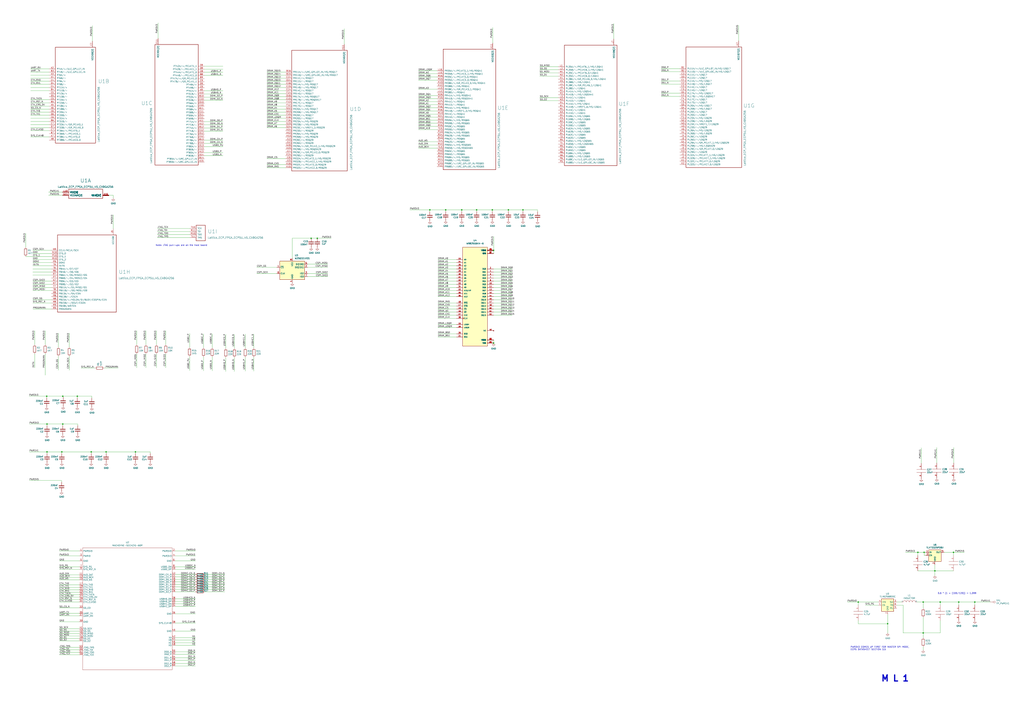
<source format=kicad_sch>
(kicad_sch (version 20211123) (generator eeschema)
  (paper "A1")
  (title_block (title "Sechzig ML1 Compute Module") (date "2023-01-27") (rev "V1") (company "Copyright © 2023 Lone Dynamics Corporation"))
  (junction (at 787.4 494.792))
  (junction (at 758.952 453.898))
  (junction (at 255.524 195.834))
  (junction (at 366.014 172.466))
  (junction (at 51.562 348.488))
  (junction (at 38.608 371.348))
  (junction (at 111.252 371.348))
  (junction (at 405.384 281.94))
  (junction (at 800.608 494.792))
  (junction (at 772.16 494.792))
  (junction (at 758.19 520.192))
  (junction (at 753.872 453.898))
  (junction (at 51.562 325.628))
  (junction (at 728.98 512.572))
  (junction (at 783.082 453.898))
  (junction (at 758.19 494.792))
  (junction (at 74.93 371.348))
  (junction (at 405.384 205.74))
  (junction (at 50.8 371.348))
  (junction (at 38.608 348.488))
  (junction (at 87.122 371.348))
  (junction (at 379.222 172.466))
  (junction (at 767.842 469.138))
  (junction (at 63.5 325.628))
  (junction (at 704.85 494.792))
  (junction (at 260.604 195.834))
  (junction (at 429.514 172.466))
  (junction (at 391.414 172.466))
  (junction (at 353.06 172.466))
  (junction (at 38.354 325.628))
  (junction (at 404.368 172.466))
  (junction (at 417.576 172.466))
  (wire (pts (xy 65.278 486.664) (xy 48.768 486.664)))
  (wire (pts (xy 234.442 94.742) (xy 219.202 94.742)))
  (wire (pts (xy 65.278 499.618) (xy 48.768 499.618)))
  (wire (pts (xy 405.384 254) (xy 420.624 254)))
  (wire (pts (xy 128.524 290.83) (xy 128.524 302.26)))
  (wire (pts (xy 234.442 82.042) (xy 219.202 82.042)))
  (wire (pts (xy 51.562 348.488) (xy 63.754 348.488)))
  (wire (pts (xy 184.658 484.378) (xy 168.148 484.378)))
  (wire (pts (xy 25.146 84.582) (xy 40.386 84.582)))
  (wire (pts (xy 160.528 472.186) (xy 144.018 472.186)))
  (wire (pts (xy 769.366 380.492) (xy 769.366 367.792)))
  (wire (pts (xy 269.24 219.71) (xy 252.73 219.71)))
  (wire (pts (xy 234.442 102.362) (xy 219.202 102.362)))
  (wire (pts (xy 359.664 236.22) (xy 374.904 236.22)))
  (wire (pts (xy 92.964 176.53) (xy 92.964 187.96)))
  (wire (pts (xy 155.702 293.116) (xy 155.702 304.546)))
  (wire (pts (xy 800.608 494.792) (xy 813.308 494.792)))
  (wire (pts (xy 208.534 293.624) (xy 208.534 305.054)))
  (wire (pts (xy 758.19 524.002) (xy 758.19 520.192)))
  (wire (pts (xy 758.19 520.192) (xy 772.16 520.192)))
  (wire (pts (xy 405.384 226.06) (xy 420.624 226.06)))
  (wire (pts (xy 741.68 497.332) (xy 741.68 520.192)))
  (wire (pts (xy 160.528 474.218) (xy 144.018 474.218)))
  (wire (pts (xy 25.146 82.042) (xy 40.386 82.042)))
  (wire (pts (xy 65.278 452.882) (xy 48.768 452.882)))
  (wire (pts (xy 25.146 64.262) (xy 40.386 64.262)))
  (wire (pts (xy 63.5 326.898) (xy 63.5 325.628)))
  (wire (pts (xy 167.894 105.156) (xy 183.134 105.156)))
  (wire (pts (xy 234.442 84.582) (xy 219.202 84.582)))
  (wire (pts (xy 358.902 101.346) (xy 343.662 101.346)))
  (wire (pts (xy 74.93 372.618) (xy 74.93 371.348)))
  (wire (pts (xy 359.664 220.98) (xy 374.904 220.98)))
  (wire (pts (xy 25.146 87.122) (xy 40.386 87.122)))
  (wire (pts (xy 366.014 172.466) (xy 379.222 172.466)))
  (wire (pts (xy 359.664 248.92) (xy 374.904 248.92)))
  (wire (pts (xy 269.24 227.33) (xy 252.73 227.33)))
  (wire (pts (xy 758.19 507.492) (xy 758.19 520.192)))
  (wire (pts (xy 26.924 248.92) (xy 42.164 248.92)))
  (wire (pts (xy 405.384 220.98) (xy 420.624 220.98)))
  (wire (pts (xy 92.964 160.528) (xy 89.408 160.528)))
  (wire (pts (xy 26.924 226.06) (xy 42.164 226.06)))
  (wire (pts (xy 160.528 461.01) (xy 144.018 461.01)))
  (wire (pts (xy 167.894 54.356) (xy 183.134 54.356)))
  (wire (pts (xy 185.42 293.878) (xy 185.42 305.308)))
  (wire (pts (xy 758.952 453.898) (xy 753.872 453.898)))
  (wire (pts (xy 710.692 497.332) (xy 721.36 497.332)))
  (wire (pts (xy 65.278 492.76) (xy 48.768 492.76)))
  (wire (pts (xy 167.894 102.616) (xy 183.134 102.616)))
  (wire (pts (xy 160.528 492.252) (xy 144.018 492.252)))
  (wire (pts (xy 234.442 74.422) (xy 219.202 74.422)))
  (wire (pts (xy 234.442 92.202) (xy 219.202 92.202)))
  (wire (pts (xy 136.144 290.83) (xy 136.144 302.26)))
  (wire (pts (xy 359.664 274.32) (xy 374.904 274.32)))
  (wire (pts (xy 185.42 274.828) (xy 185.42 286.258)))
  (wire (pts (xy 51.562 349.758) (xy 51.562 348.488)))
  (wire (pts (xy 25.146 89.662) (xy 40.386 89.662)))
  (wire (pts (xy 760.222 453.898) (xy 758.952 453.898)))
  (wire (pts (xy 184.658 472.186) (xy 168.148 472.186)))
  (wire (pts (xy 63.754 349.758) (xy 63.754 348.488)))
  (wire (pts (xy 234.442 87.122) (xy 219.202 87.122)))
  (wire (pts (xy 65.278 526.796) (xy 48.768 526.796)))
  (wire (pts (xy 728.98 512.572) (xy 728.98 520.192)))
  (wire (pts (xy 359.664 259.08) (xy 374.904 259.08)))
  (wire (pts (xy 111.252 372.618) (xy 111.252 371.348)))
  (wire (pts (xy 787.4 494.792) (xy 800.608 494.792)))
  (wire (pts (xy 184.658 474.218) (xy 168.148 474.218)))
  (wire (pts (xy 269.24 217.17) (xy 252.73 217.17)))
  (wire (pts (xy 167.894 115.316) (xy 183.134 115.316)))
  (wire (pts (xy 160.528 467.868) (xy 144.018 467.868)))
  (wire (pts (xy 48.006 273.812) (xy 48.006 285.242)))
  (wire (pts (xy 38.354 326.898) (xy 38.354 325.628)))
  (wire (pts (xy 227.33 224.79) (xy 210.82 224.79)))
  (wire (pts (xy 405.384 194.31) (xy 405.384 205.74)))
  (wire (pts (xy 160.528 547.37) (xy 144.018 547.37)))
  (wire (pts (xy 26.924 205.74) (xy 42.164 205.74)))
  (wire (pts (xy 24.13 371.348) (xy 38.608 371.348)))
  (wire (pts (xy 443.23 62.484) (xy 458.47 62.484)))
  (wire (pts (xy 111.252 371.348) (xy 123.444 371.348)))
  (wire (pts (xy 160.528 486.41) (xy 144.018 486.41)))
  (wire (pts (xy 728.98 512.572) (xy 704.85 512.572)))
  (wire (pts (xy 65.278 538.226) (xy 48.768 538.226)))
  (wire (pts (xy 25.146 74.422) (xy 40.386 74.422)))
  (wire (pts (xy 772.16 497.332) (xy 772.16 494.792)))
  (wire (pts (xy 234.442 99.822) (xy 219.202 99.822)))
  (wire (pts (xy 543.052 56.388) (xy 558.292 56.388)))
  (wire (pts (xy 234.442 104.902) (xy 219.202 104.902)))
  (wire (pts (xy 25.146 69.342) (xy 40.386 69.342)))
  (wire (pts (xy 26.924 220.98) (xy 42.164 220.98)))
  (wire (pts (xy 543.052 66.548) (xy 558.292 66.548)))
  (wire (pts (xy 359.664 223.52) (xy 374.904 223.52)))
  (wire (pts (xy 756.666 380.746) (xy 756.666 368.046)))
  (wire (pts (xy 129.286 192.786) (xy 155.956 192.786)))
  (wire (pts (xy 184.658 482.346) (xy 168.148 482.346)))
  (wire (pts (xy 704.85 497.332) (xy 704.85 494.792)))
  (wire (pts (xy 429.514 173.736) (xy 429.514 172.466)))
  (wire (pts (xy 38.354 325.628) (xy 51.562 325.628)))
  (wire (pts (xy 21.082 210.82) (xy 42.164 210.82)))
  (wire (pts (xy 391.414 173.736) (xy 391.414 172.466)))
  (wire (pts (xy 38.608 371.348) (xy 50.8 371.348)))
  (wire (pts (xy 21.082 191.77) (xy 21.082 203.2)))
  (wire (pts (xy 26.924 223.52) (xy 42.164 223.52)))
  (wire (pts (xy 160.528 465.836) (xy 144.018 465.836)))
  (wire (pts (xy 160.528 504.444) (xy 144.018 504.444)))
  (wire (pts (xy 85.598 302.514) (xy 97.028 302.514)))
  (wire (pts (xy 160.528 535.686) (xy 144.018 535.686)))
  (wire (pts (xy 234.442 137.922) (xy 219.202 137.922)))
  (wire (pts (xy 112.268 271.78) (xy 112.268 283.21)))
  (wire (pts (xy 26.924 215.9) (xy 42.164 215.9)))
  (wire (pts (xy 704.85 494.792) (xy 721.36 494.792)))
  (wire (pts (xy 160.528 480.314) (xy 144.018 480.314)))
  (wire (pts (xy 25.146 71.882) (xy 40.386 71.882)))
  (wire (pts (xy 358.902 63.246) (xy 343.662 63.246)))
  (wire (pts (xy 441.452 172.466) (xy 441.452 173.99)))
  (wire (pts (xy 38.608 372.618) (xy 38.608 371.348)))
  (wire (pts (xy 65.278 484.632) (xy 48.768 484.632)))
  (wire (pts (xy 443.23 80.264) (xy 458.47 80.264)))
  (wire (pts (xy 65.278 536.194) (xy 48.768 536.194)))
  (wire (pts (xy 359.664 213.36) (xy 374.904 213.36)))
  (wire (pts (xy 353.06 172.466) (xy 353.06 173.99)))
  (wire (pts (xy 65.278 522.732) (xy 48.768 522.732)))
  (wire (pts (xy 25.146 97.282) (xy 40.386 97.282)))
  (wire (pts (xy 358.902 83.566) (xy 343.662 83.566)))
  (wire (pts (xy 391.414 172.466) (xy 404.368 172.466)))
  (wire (pts (xy 65.278 520.7) (xy 48.768 520.7)))
  (wire (pts (xy 129.794 18.796) (xy 129.794 31.496)))
  (wire (pts (xy 65.278 494.792) (xy 48.768 494.792)))
  (wire (pts (xy 129.286 195.326) (xy 155.956 195.326)))
  (wire (pts (xy 167.894 125.476) (xy 183.134 125.476)))
  (wire (pts (xy 201.422 293.624) (xy 201.422 305.054)))
  (wire (pts (xy 25.146 99.822) (xy 40.386 99.822)))
  (wire (pts (xy 65.278 480.568) (xy 48.768 480.568)))
  (wire (pts (xy 38.608 349.758) (xy 38.608 348.488)))
  (wire (pts (xy 65.278 490.728) (xy 48.768 490.728)))
  (wire (pts (xy 359.664 215.9) (xy 374.904 215.9)))
  (wire (pts (xy 359.664 243.84) (xy 374.904 243.84)))
  (wire (pts (xy 208.534 274.574) (xy 208.534 286.004)))
  (wire (pts (xy 404.622 22.606) (xy 404.622 35.306)))
  (wire (pts (xy 174.244 293.37) (xy 174.244 304.8)))
  (wire (pts (xy 160.528 540.512) (xy 144.018 540.512)))
  (wire (pts (xy 772.16 520.192) (xy 772.16 510.032)))
  (wire (pts (xy 358.902 103.886) (xy 343.662 103.886)))
  (wire (pts (xy 167.894 56.896) (xy 183.134 56.896)))
  (wire (pts (xy 25.146 61.722) (xy 40.386 61.722)))
  (wire (pts (xy 26.924 238.76) (xy 42.164 238.76)))
  (wire (pts (xy 26.924 208.28) (xy 42.164 208.28)))
  (wire (pts (xy 358.902 96.266) (xy 343.662 96.266)))
  (wire (pts (xy 359.664 233.68) (xy 374.904 233.68)))
  (wire (pts (xy 358.902 88.646) (xy 343.662 88.646)))
  (wire (pts (xy 772.16 494.792) (xy 787.4 494.792)))
  (wire (pts (xy 167.894 107.696) (xy 183.134 107.696)))
  (wire (pts (xy 704.85 510.032) (xy 704.85 512.572)))
  (wire (pts (xy 37.084 271.78) (xy 37.084 283.21)))
  (wire (pts (xy 201.422 274.574) (xy 201.422 286.004)))
  (wire (pts (xy 160.528 484.378) (xy 144.018 484.378)))
  (wire (pts (xy 417.576 172.466) (xy 429.514 172.466)))
  (wire (pts (xy 160.528 478.282) (xy 144.018 478.282)))
  (wire (pts (xy 56.896 292.862) (xy 56.896 304.292)))
  (wire (pts (xy 760.222 456.438) (xy 758.952 456.438)))
  (wire (pts (xy 783.336 380.492) (xy 783.336 367.792)))
  (wire (pts (xy 24.13 348.488) (xy 38.608 348.488)))
  (wire (pts (xy 160.528 494.284) (xy 144.018 494.284)))
  (wire (pts (xy 174.244 274.32) (xy 174.244 285.75)))
  (wire (pts (xy 119.888 271.78) (xy 119.888 283.21)))
  (wire (pts (xy 358.902 65.786) (xy 343.662 65.786)))
  (wire (pts (xy 28.448 271.78) (xy 28.448 283.21)))
  (wire (pts (xy 443.23 57.404) (xy 458.47 57.404)))
  (wire (pts (xy 167.132 274.32) (xy 167.132 285.75)))
  (wire (pts (xy 65.278 504.19) (xy 48.768 504.19)))
  (wire (pts (xy 783.082 456.438) (xy 783.082 453.898)))
  (wire (pts (xy 405.384 259.08) (xy 420.624 259.08)))
  (wire (pts (xy 359.664 261.62) (xy 374.904 261.62)))
  (wire (pts (xy 359.664 269.24) (xy 374.904 269.24)))
  (wire (pts (xy 504.19 19.304) (xy 504.19 32.004)))
  (wire (pts (xy 606.552 33.528) (xy 606.552 20.828)))
  (wire (pts (xy 405.384 233.68) (xy 420.624 233.68)))
  (wire (pts (xy 65.278 534.162) (xy 48.768 534.162)))
  (wire (pts (xy 359.664 241.3) (xy 374.904 241.3)))
  (wire (pts (xy 160.528 537.718) (xy 144.018 537.718)))
  (wire (pts (xy 443.23 54.864) (xy 458.47 54.864)))
  (wire (pts (xy 66.548 302.514) (xy 77.978 302.514)))
  (wire (pts (xy 359.664 251.46) (xy 374.904 251.46)))
  (wire (pts (xy 282.702 23.622) (xy 282.702 36.322)))
  (wire (pts (xy 128.524 271.78) (xy 128.524 283.21)))
  (wire (pts (xy 405.384 243.84) (xy 420.624 243.84)))
  (wire (pts (xy 160.528 498.348) (xy 144.018 498.348)))
  (wire (pts (xy 184.658 476.25) (xy 168.148 476.25)))
  (wire (pts (xy 359.664 276.86) (xy 374.904 276.86)))
  (wire (pts (xy 358.902 119.126) (xy 343.662 119.126)))
  (wire (pts (xy 240.03 195.834) (xy 240.03 212.09)))
  (wire (pts (xy 758.19 534.162) (xy 758.19 531.622)))
  (wire (pts (xy 458.47 59.944) (xy 443.23 59.944)))
  (wire (pts (xy 160.528 482.346) (xy 144.018 482.346)))
  (wire (pts (xy 26.924 236.22) (xy 42.164 236.22)))
  (wire (pts (xy 87.122 371.348) (xy 111.252 371.348)))
  (wire (pts (xy 167.894 74.676) (xy 183.134 74.676)))
  (wire (pts (xy 404.368 172.466) (xy 417.576 172.466)))
  (wire (pts (xy 160.528 518.668) (xy 144.018 518.668)))
  (wire (pts (xy 359.664 228.6) (xy 374.904 228.6)))
  (wire (pts (xy 543.052 76.708) (xy 558.292 76.708)))
  (wire (pts (xy 119.888 290.83) (xy 119.888 302.26)))
  (wire (pts (xy 167.894 128.016) (xy 183.134 128.016)))
  (wire (pts (xy 358.902 121.666) (xy 343.662 121.666)))
  (wire (pts (xy 358.902 60.706) (xy 343.662 60.706)))
  (wire (pts (xy 26.924 233.68) (xy 42.164 233.68)))
  (wire (pts (xy 767.842 464.058) (xy 767.842 469.138)))
  (wire (pts (xy 379.222 172.466) (xy 379.222 173.736)))
  (wire (pts (xy 234.442 97.282) (xy 219.202 97.282)))
  (wire (pts (xy 358.902 106.426) (xy 343.662 106.426)))
  (wire (pts (xy 92.964 162.814) (xy 92.964 160.528)))
  (wire (pts (xy 136.144 271.78) (xy 136.144 283.21)))
  (wire (pts (xy 353.06 172.466) (xy 366.014 172.466)))
  (wire (pts (xy 767.842 472.948) (xy 767.842 469.138)))
  (wire (pts (xy 50.8 371.348) (xy 74.93 371.348)))
  (wire (pts (xy 39.878 160.528) (xy 51.308 160.528)))
  (wire (pts (xy 234.442 76.962) (xy 219.202 76.962)))
  (wire (pts (xy 736.6 494.792) (xy 740.41 494.792)))
  (wire (pts (xy 25.146 112.522) (xy 40.386 112.522)))
  (wire (pts (xy 160.528 452.882) (xy 144.018 452.882)))
  (wire (pts (xy 160.528 512.064) (xy 144.018 512.064)))
  (wire (pts (xy 800.608 494.792) (xy 800.608 497.332)))
  (wire (pts (xy 87.122 372.618) (xy 87.122 371.348)))
  (wire (pts (xy 129.286 187.706) (xy 155.956 187.706)))
  (wire (pts (xy 65.278 472.44) (xy 48.768 472.44)))
  (wire (pts (xy 184.658 478.282) (xy 168.148 478.282)))
  (wire (pts (xy 743.712 453.898) (xy 753.872 453.898)))
  (wire (pts (xy 39.878 157.988) (xy 51.308 157.988)))
  (wire (pts (xy 65.278 482.6) (xy 48.768 482.6)))
  (wire (pts (xy 75.946 21.082) (xy 75.946 33.782)))
  (wire (pts (xy 405.384 246.38) (xy 420.624 246.38)))
  (wire (pts (xy 167.132 293.37) (xy 167.132 304.8)))
  (wire (pts (xy 405.384 223.52) (xy 420.624 223.52)))
  (wire (pts (xy 65.278 456.946) (xy 48.768 456.946)))
  (wire (pts (xy 405.384 279.4) (xy 405.384 281.94)))
  (wire (pts (xy 123.444 372.618) (xy 123.444 371.348)))
  (wire (pts (xy 758.19 499.872) (xy 758.19 494.792)))
  (wire (pts (xy 65.278 467.868) (xy 48.768 467.868)))
  (wire (pts (xy 359.664 238.76) (xy 374.904 238.76)))
  (wire (pts (xy 359.664 256.54) (xy 374.904 256.54)))
  (wire (pts (xy 65.278 488.696) (xy 48.768 488.696)))
  (wire (pts (xy 50.546 396.24) (xy 50.546 394.97)))
  (wire (pts (xy 359.664 254) (xy 374.904 254)))
  (wire (pts (xy 227.33 219.71) (xy 210.82 219.71)))
  (wire (pts (xy 775.462 453.898) (xy 783.082 453.898)))
  (wire (pts (xy 358.902 98.806) (xy 343.662 98.806)))
  (wire (pts (xy 160.528 528.32) (xy 144.018 528.32)))
  (wire (pts (xy 358.902 58.166) (xy 343.662 58.166)))
  (wire (pts (xy 234.442 69.342) (xy 219.202 69.342)))
  (wire (pts (xy 379.222 172.466) (xy 391.414 172.466)))
  (wire (pts (xy 160.528 545.338) (xy 144.018 545.338)))
  (wire (pts (xy 25.146 59.182) (xy 40.386 59.182)))
  (wire (pts (xy 38.608 348.488) (xy 51.562 348.488)))
  (wire (pts (xy 405.384 228.6) (xy 420.624 228.6)))
  (wire (pts (xy 25.146 92.202) (xy 40.386 92.202)))
  (wire (pts (xy 160.528 496.316) (xy 144.018 496.316)))
  (wire (pts (xy 160.528 530.352) (xy 144.018 530.352)))
  (wire (pts (xy 129.286 190.246) (xy 155.956 190.246)))
  (wire (pts (xy 75.438 325.628) (xy 75.438 327.152)))
  (wire (pts (xy 240.03 195.834) (xy 255.524 195.834)))
  (wire (pts (xy 167.894 79.756) (xy 183.134 79.756)))
  (wire (pts (xy 234.442 61.722) (xy 219.202 61.722)))
  (wire (pts (xy 167.894 100.076) (xy 183.134 100.076)))
  (wire (pts (xy 405.384 238.76) (xy 420.624 238.76)))
  (wire (pts (xy 26.924 218.44) (xy 42.164 218.44)))
  (wire (pts (xy 65.278 516.636) (xy 48.768 516.636)))
  (wire (pts (xy 336.55 172.466) (xy 353.06 172.466)))
  (wire (pts (xy 695.96 494.792) (xy 704.85 494.792)))
  (wire (pts (xy 65.278 524.764) (xy 48.768 524.764)))
  (wire (pts (xy 155.702 274.066) (xy 155.702 285.496)))
  (wire (pts (xy 23.876 325.628) (xy 38.354 325.628)))
  (wire (pts (xy 37.084 290.83) (xy 37.084 308.356)))
  (wire (pts (xy 25.146 107.442) (xy 40.386 107.442)))
  (wire (pts (xy 167.894 61.976) (xy 183.134 61.976)))
  (wire (pts (xy 543.052 69.088) (xy 558.292 69.088)))
  (wire (pts (xy 358.902 86.106) (xy 343.662 86.106)))
  (wire (pts (xy 25.146 104.902) (xy 40.386 104.902)))
  (wire (pts (xy 358.902 81.026) (xy 343.662 81.026)))
  (wire (pts (xy 234.442 59.182) (xy 219.202 59.182)))
  (wire (pts (xy 443.23 82.804) (xy 458.47 82.804)))
  (wire (pts (xy 167.894 117.856) (xy 183.134 117.856)))
  (wire (pts (xy 234.442 130.302) (xy 219.202 130.302)))
  (wire (pts (xy 25.146 56.642) (xy 40.386 56.642)))
  (wire (pts (xy 160.528 476.25) (xy 144.018 476.25)))
  (wire (pts (xy 167.894 82.296) (xy 183.134 82.296)))
  (wire (pts (xy 167.894 77.216) (xy 183.134 77.216)))
  (wire (pts (xy 25.146 66.802) (xy 40.386 66.802)))
  (wire (pts (xy 65.278 506.222) (xy 48.768 506.222)))
  (wire (pts (xy 51.816 326.39) (xy 51.562 325.628)))
  (wire (pts (xy 27.051 254) (xy 42.164 254)))
  (wire (pts (xy 359.664 231.14) (xy 374.904 231.14)))
  (wire (pts (xy 50.8 372.618) (xy 50.8 371.348)))
  (wire (pts (xy 405.384 251.46) (xy 420.624 251.46)))
  (wire (pts (xy 65.278 474.472) (xy 48.768 474.472)))
  (wire (pts (xy 405.384 236.22) (xy 420.624 236.22)))
  (wire (pts (xy 728.98 504.952) (xy 728.98 512.572)))
  (wire (pts (xy 543.052 58.928) (xy 558.292 58.928)))
  (wire (pts (xy 260.604 195.834) (xy 272.034 195.834)))
  (wire (pts (xy 753.872 469.138) (xy 767.842 469.138)))
  (wire (pts (xy 160.528 524.002) (xy 144.018 524.002)))
  (wire (pts (xy 24.13 394.97) (xy 50.546 394.97)))
  (wire (pts (xy 358.902 78.486) (xy 343.662 78.486)))
  (wire (pts (xy 26.924 246.38) (xy 42.164 246.38)))
  (wire (pts (xy 65.278 461.01) (xy 48.768 461.01)))
  (wire (pts (xy 366.014 172.466) (xy 366.014 173.736)))
  (wire (pts (xy 234.442 71.882) (xy 219.202 71.882)))
  (wire (pts (xy 543.052 79.248) (xy 558.292 79.248)))
  (wire (pts (xy 25.146 94.742) (xy 40.386 94.742)))
  (wire (pts (xy 429.514 172.466) (xy 441.452 172.466)))
  (wire (pts (xy 184.658 480.314) (xy 168.148 480.314)))
  (wire (pts (xy 51.562 325.628) (xy 63.5 325.628)))
  (wire (pts (xy 758.952 456.438) (xy 758.952 453.898)))
  (wire (pts (xy 25.146 102.362) (xy 40.386 102.362)))
  (wire (pts (xy 417.576 173.736) (xy 417.576 172.466)))
  (wire (pts (xy 405.384 231.14) (xy 420.624 231.14)))
  (wire (pts (xy 112.268 290.83) (xy 112.268 302.26)))
  (wire (pts (xy 160.528 456.946) (xy 144.018 456.946)))
  (wire (pts (xy 359.664 266.7) (xy 374.904 266.7)))
  (wire (pts (xy 26.924 231.14) (xy 42.164 231.14)))
  (wire (pts (xy 255.524 195.834) (xy 260.604 195.834)))
  (wire (pts (xy 234.442 89.662) (xy 219.202 89.662)))
  (wire (pts (xy 160.528 542.544) (xy 144.018 542.544)))
  (wire (pts (xy 758.19 494.792) (xy 772.16 494.792)))
  (wire (pts (xy 358.902 91.186) (xy 343.662 91.186)))
  (wire (pts (xy 767.842 469.138) (xy 783.082 469.138)))
  (wire (pts (xy 758.19 494.792) (xy 753.11 494.792)))
  (wire (pts (xy 405.384 241.3) (xy 420.624 241.3)))
  (wire (pts (xy 358.902 93.726) (xy 343.662 93.726)))
  (wire (pts (xy 65.278 465.836) (xy 48.768 465.836)))
  (wire (pts (xy 787.4 494.792) (xy 787.4 497.332)))
  (wire (pts (xy 736.6 497.332) (xy 741.68 497.332)))
  (wire (pts (xy 753.872 456.438) (xy 753.872 453.898)))
  (wire (pts (xy 65.278 518.668) (xy 48.768 518.668)))
  (wire (pts (xy 56.896 273.812) (xy 56.896 285.242)))
  (wire (pts (xy 358.902 116.586) (xy 343.662 116.586)))
  (wire (pts (xy 63.5 325.628) (xy 75.438 325.628)))
  (wire (pts (xy 234.442 66.802) (xy 219.202 66.802)))
  (wire (pts (xy 184.658 486.41) (xy 168.148 486.41)))
  (wire (pts (xy 167.894 59.436) (xy 183.134 59.436)))
  (wire (pts (xy 26.924 213.36) (xy 42.164 213.36)))
  (wire (pts (xy 404.368 173.736) (xy 404.368 172.466)))
  (wire (pts (xy 359.664 218.44) (xy 374.904 218.44)))
  (wire (pts (xy 269.24 224.79) (xy 252.73 224.79)))
  (wire (pts (xy 405.384 256.54) (xy 420.624 256.54)))
  (wire (pts (xy 192.532 293.878) (xy 192.532 305.308)))
  (wire (pts (xy 65.278 511.048) (xy 48.768 511.048)))
  (wire (pts (xy 405.384 205.74) (xy 405.384 208.28)))
  (wire (pts (xy 192.532 274.828) (xy 192.532 286.258)))
  (wire (pts (xy 65.278 476.504) (xy 48.768 476.504)))
  (wire (pts (xy 28.448 290.83) (xy 28.448 302.26)))
  (wire (pts (xy 234.442 79.502) (xy 219.202 79.502)))
  (wire (pts (xy 234.442 135.382) (xy 219.202 135.382)))
  (wire (pts (xy 758.19 520.192) (xy 741.68 520.192)))
  (wire (pts (xy 359.664 226.06) (xy 374.904 226.06)))
  (wire (pts (xy 74.93 371.348) (xy 87.122 371.348)))
  (wire (pts (xy 65.278 532.13) (xy 48.768 532.13)))
  (wire (pts (xy 358.902 73.406) (xy 343.662 73.406)))
  (wire (pts (xy 167.894 120.396) (xy 183.134 120.396)))
  (wire (pts (xy 783.082 453.898) (xy 791.972 453.898)))
  (wire (pts (xy 405.384 248.92) (xy 420.624 248.92)))
  (wire (pts (xy 48.006 292.862) (xy 48.006 304.292)))
  (wire (pts (xy 234.442 64.262) (xy 219.202 64.262)))
  (wire (pts (xy 160.528 526.034) (xy 144.018 526.034)))
  (text "M L 1" (at 723.392 560.578 0) (effects (font (size 5 5) (thickness 1) bold) (justify left bottom)))
  (text "PWR3V3 COMES UP FIRST FOR MASTER SPI MODE,\nECP5 DATASHEET SECTION 3.5" (at 698.5 534.67 0) (effects (font (size 1.27 1.27)) (justify left bottom)))
  (text "0.6 * (1 + (100/120)) = 1.099" (at 770.128 488.442 0) (effects (font (size 1.27 1.27)) (justify left bottom)))
  (text "Note: JTAG pull-ups are on the host board" (at 127.762 202.438 0) (effects (font (size 1.27 1.27)) (justify left bottom)))
  (label "DRAM_LDQM" (at 343.662 58.166 0))
  (label "ETH_RST_N" (at 25.146 84.582 0))
  (label "DRAM_DQ0" (at 411.226 220.98 0))
  (label "PWR1V1" (at 40.894 157.988 0))
  (label "DRAM_CLK" (at 219.202 99.822 0))
  (label "USBDC_P" (at 151.892 467.868 0))
  (label "AUD_BCK" (at 343.662 121.666 0))
  (label "ETH_TXEN" (at 25.146 82.042 0))
  (label "SD_MOSI" (at 451.358 59.944 180))
  (label "DRAM_CS" (at 219.202 130.302 0))
  (label "DRAM_CLK" (at 359.664 261.62 0))
  (label "DDMIC_D0_N" (at 148.59 476.25 0))
  (label "PWR3V3" (at 743.712 453.898 0))
  (label "DRAM_DQ5" (at 411.226 233.68 0))
  (label "USBDC_N" (at 151.892 465.836 0))
  (label "CSPI_SS" (at 26.924 246.38 0))
  (label "DRAM_DQ15" (at 219.202 59.182 0))
  (label "DRAM_A4" (at 359.664 223.52 0))
  (label "DRAM_CKE" (at 359.664 259.08 0))
  (label "DRAM_DQ3" (at 411.226 228.6 0))
  (label "DDMI_CK_N" (at 173.99 472.186 0))
  (label "DRAM_BS0" (at 359.664 274.32 0))
  (label "USBD_N" (at 174.498 128.016 0))
  (label "ETH_TX0" (at 48.768 480.568 0))
  (label "DRAM_A6" (at 219.202 104.902 0))
  (label "PWR3V3" (at 119.888 279.4 90))
  (label "DRAM_A8" (at 359.664 233.68 0))
  (label "PWR5V0" (at 48.768 452.882 0))
  (label "ETH_CLK50" (at 25.146 107.442 0))
  (label "DRAM_BS0" (at 343.662 101.346 0))
  (label "SYS_RST_N" (at 66.548 302.514 0))
  (label "DRAM_DQ11" (at 411.226 248.92 0))
  (label "XB" (at 157.734 526.034 0))
  (label "DRAM_DQ7" (at 411.226 238.76 0))
  (label "USBHC0_N" (at 150.368 492.252 0))
  (label "DDMI_D1_N" (at 173.99 480.314 0))
  (label "DRAM_BS1" (at 359.664 276.86 0))
  (label "SD_CD_N" (at 48.768 499.618 0))
  (label "DRAM_A10" (at 359.664 238.76 0))
  (label "DRAM_CAS" (at 219.202 135.382 0))
  (label "INITN" (at 26.924 218.44 0))
  (label "USBH0_N" (at 192.532 304.038 90))
  (label "USBHC1_N" (at 208.534 284.48 90))
  (label "SD_SS" (at 443.23 57.404 0))
  (label "PWR2V5" (at 24.13 394.97 0))
  (label "PWR3V3" (at 282.702 32.258 90))
  (label "DRAM_A1" (at 359.664 215.9 0))
  (label "DRAM_DQ1" (at 343.662 91.186 0))
  (label "AUD_WS" (at 48.768 476.504 0))
  (label "SD_CD_N" (at 25.146 89.662 0))
  (label "UART_TX" (at 48.768 504.19 0))
  (label "CSPI_SIO3" (at 259.334 227.33 0))
  (label "DRAM_WE" (at 359.664 256.54 0))
  (label "DDMI_CK_P" (at 173.99 474.218 0))
  (label "SD_MISO" (at 48.768 520.7 0))
  (label "PWR3V3" (at 128.524 279.4 90))
  (label "PWR3V3" (at 112.268 279.4 90))
  (label "DRAM_A5" (at 219.202 92.202 0))
  (label "USBHC1_N" (at 150.368 496.316 0))
  (label "DDMIC_D0_P" (at 148.59 478.282 0))
  (label "GND" (at 156.21 504.444 0))
  (label "CSPI_SCK" (at 56.896 303.022 90))
  (label "DRAM_DQ2" (at 411.226 226.06 0))
  (label "DRAM_DQ9" (at 411.226 243.84 0))
  (label "GND" (at 48.768 511.048 0))
  (label "DONE" (at 26.924 215.9 0))
  (label "USBH1_N" (at 172.974 61.976 0))
  (label "ETH_TX0" (at 25.146 92.202 0))
  (label "USBDC_N" (at 174.244 282.702 90))
  (label "AUD_DIN" (at 343.662 119.126 0))
  (label "PWR3V3" (at 24.13 348.488 0))
  (label "PROGRAMN" (at 37.084 302.26 90))
  (label "PWR3V3" (at 56.896 281.432 90))
  (label "DS2_P" (at 543.052 76.708 0))
  (label "DRAM_A2" (at 359.664 218.44 0))
  (label "USBH0_P" (at 172.974 74.676 0))
  (label "PWR3V3" (at 783.336 376.682 90))
  (label "PWR1V1" (at 769.366 376.682 90))
  (label "JTAG_TDO" (at 48.768 536.194 0))
  (label "DRAM_UDQM" (at 359.664 269.24 0))
  (label "JTAG_TMS" (at 129.286 195.326 0))
  (label "USBH1_P" (at 172.974 59.436 0))
  (label "PWR5V0" (at 152.908 452.882 0))
  (label "SD_D2" (at 48.768 526.796 0))
  (label "CFG_1" (at 26.924 210.82 0))
  (label "USBH1_P" (at 201.422 303.784 90))
  (label "DRAM_DQ12" (at 219.202 71.882 0))
  (label "AUD_BCK" (at 48.768 474.472 0))
  (label "CSPI_MISO" (at 26.924 236.22 0))
  (label "DRAM_UDQM" (at 219.202 97.282 0))
  (label "DDMI_D1_P" (at 173.99 482.346 0))
  (label "DRAM_DQ11" (at 219.202 69.342 0))
  (label "SD_D2" (at 443.23 82.804 0))
  (label "USBD_N" (at 174.244 303.53 90))
  (label "PWR3V3" (at 404.622 31.242 90))
  (label "DRAM_DQ13" (at 411.226 254 0))
  (label "CSPI_SCK" (at 26.924 205.74 0))
  (label "DDMI_CK_P" (at 172.466 115.316 0))
  (label "DRAM_DQ9" (at 219.202 79.502 0))
  (label "PWR1V1" (at 756.666 376.936 90))
  (label "DRAM_DQ1" (at 411.226 223.52 0))
  (label "DDMIC_D2_N" (at 148.59 484.378 0))
  (label "DRAM_A7" (at 219.202 102.362 0))
  (label "UART_RX" (at 25.146 56.642 0))
  (label "SYS_PG" (at 710.692 497.332 0))
  (label "DRAM_A8" (at 219.202 87.122 0))
  (label "DDMI_D2_N" (at 173.99 484.378 0))
  (label "DDMI_D2_N" (at 172.466 82.296 0))
  (label "DRAM_DQ4" (at 411.226 231.14 0))
  (label "CSPI_MOSI" (at 26.924 238.76 0))
  (label "DDMIC_D2_P" (at 148.59 486.41 0))
  (label "XA" (at 157.734 524.002 0))
  (label "PWR2V5" (at 784.352 453.898 0))
  (label "SD_MOSI" (at 48.768 522.732 0))
  (label "DS2_P" (at 154.178 547.37 0))
  (label "USBH0_N" (at 172.974 77.216 0))
  (label "DRAM_DQ10" (at 219.202 66.802 0))
  (label "USBHC1_P" (at 150.368 498.348 0))
  (label "DRAM_DQ0" (at 343.662 103.886 0))
  (label "DDMI_D0_P" (at 172.466 100.076 0))
  (label "DDMI_D1_N" (at 172.466 107.696 0))
  (label "ETH_TXEN" (at 48.768 488.696 0))
  (label "DS0_P" (at 543.052 56.388 0))
  (label "GND" (at 26.924 213.36 0))
  (label "AUD_DIN" (at 48.768 472.44 0))
  (label "DDMI_CK_N" (at 172.466 117.856 0))
  (label "DRAM_A0" (at 359.664 213.36 0))
  (label "SD_D1" (at 443.23 62.484 0))
  (label "CSPI_SIO2" (at 26.924 233.68 0))
  (label "SYS_RST_N" (at 26.924 248.92 0))
  (label "ETH_RX1" (at 25.146 69.342 0))
  (label "DRAM_DQ2" (at 343.662 88.646 0))
  (label "DRAM_DQ6" (at 343.662 63.246 0))
  (label "DRAM_DQ4" (at 343.662 78.486 0))
  (label "DRAM_DQ3" (at 343.662 81.026 0))
  (label "DRAM_A0" (at 343.662 93.726 0))
  (label "DDMI_D2_P" (at 172.466 79.756 0))
  (label "DDMIC_D1_N" (at 148.59 480.314 0))
  (label "DRAM_A4" (at 219.202 89.662 0))
  (label "DS2_N" (at 543.052 79.248 0))
  (label "DRAM_WE" (at 343.662 60.706 0))
  (label "PWR3V3" (at 23.876 325.628 0))
  (label "DRAM_DQ5" (at 343.662 96.266 0))
  (label "ETH_RX0" (at 48.768 484.632 0))
  (label "DRAM_A10" (at 343.662 106.426 0))
  (label "DS1_P" (at 543.052 66.548 0))
  (label "GND" (at 48.768 461.01 0))
  (label "PWR2V5" (at 40.894 160.528 0))
  (label "SYS_CLK48" (at 149.606 512.064 0))
  (label "DRAM_A9" (at 359.664 236.22 0))
  (label "PWR3V3" (at 136.144 279.4 90))
  (label "JTAG_TMS" (at 48.768 532.13 0))
  (label "XC" (at 157.734 528.32 0))
  (label "USBHC0_N" (at 192.532 284.734 90))
  (label "DRAM_DQ14" (at 411.226 256.54 0))
  (label "DDMI_D0_N" (at 172.466 102.616 0))
  (label "CSPI_SS" (at 210.82 219.71 0))
  (label "DRAM_DQ13" (at 219.202 64.262 0))
  (label "CSPI_MISO" (at 259.08 219.71 0))
  (label "DRAM_A3" (at 359.664 220.98 0))
  (label "ETH_CLK50" (at 48.768 494.792 0))
  (label "DRAM_A11" (at 219.202 76.962 0))
  (label "USBDC_P" (at 167.132 282.702 90))
  (label "XD" (at 157.734 530.352 0))
  (label "PWR3V3" (at 48.768 456.946 0))
  (label "CSPI_SIO3" (at 136.144 300.99 90))
  (label "DRAM_BS1" (at 343.662 98.806 0))
  (label "PWR3V3" (at 48.006 281.432 90))
  (label "UART_TX" (at 25.146 59.182 0))
  (label "GND" (at 26.924 208.28 0))
  (label "DDMI_D0_N" (at 173.99 476.25 0))
  (label "PROGRAMN" (at 86.614 302.514 0))
  (label "USBH1_N" (at 208.534 303.784 90))
  (label "SYS_CLK48" (at 25.146 112.522 0))
  (label "DRAM_A6" (at 359.664 228.6 0))
  (label "AUD_WS" (at 343.662 116.586 0))
  (label "PWR3V3" (at 129.794 27.432 90))
  (label "DDMI_D1_P" (at 172.466 105.156 0))
  (label "JTAG_TDI" (at 129.286 190.246 0))
  (label "USBD_P" (at 167.132 303.53 90))
  (label "DRAM_DQ10" (at 411.226 246.38 0))
  (label "DRAM_A5" (at 359.664 226.06 0))
  (label "DRAM_DQ7" (at 343.662 65.786 0))
  (label "PWR3V3" (at 264.414 195.834 0))
  (label "DS1_P" (at 154.178 542.544 0))
  (label "ETH_RX1" (at 48.768 486.664 0))
  (label "PWR3V3" (at 152.654 456.946 0))
  (label "USBHC0_P" (at 150.368 494.284 0))
  (label "USBHC0_P" (at 185.42 284.48 90))
  (label "DRAM_DQ14" (at 219.202 61.722 0))
  (label "SD_SS" (at 48.768 518.668 0))
  (label "PWR3V3" (at 336.55 172.466 0))
  (label "DRAM_DQ12" (at 411.226 251.46 0))
  (label "DRAM_RAS" (at 359.664 248.92 0))
  (label "CSPI_SIO2" (at 128.524 300.99 90))
  (label "DRAM_A12" (at 219.202 74.422 0))
  (label "DRAM_A3" (at 343.662 73.406 0))
  (label "DDMIC_D1_P" (at 148.59 482.346 0))
  (label "USBD_P" (at 174.498 125.476 0))
  (label "DS0_N" (at 543.052 58.928 0))
  (label "DRAM_A7" (at 359.664 231.14 0))
  (label "DDMIC_CK_N" (at 148.59 472.186 0))
  (label "PWR1V1" (at 805.688 494.792 0))
  (label "PWR1V1" (at 24.13 371.348 0))
  (label "GND" (at 156.464 518.668 0))
  (label "DRAM_DQ8" (at 219.202 82.042 0))
  (label "DRAM_LDQM" (at 359.664 266.7 0))
  (label "JTAG_TDO" (at 129.286 192.786 0))
  (label "PWR3V3" (at 75.946 29.718 90))
  (label "DRAM_DQ8" (at 411.226 241.3 0))
  (label "DRAM_CKE" (at 219.202 94.742 0))
  (label "JTAG_TCK" (at 129.286 187.706 0))
  (label "ETH_CRS_DV" (at 48.768 490.728 0))
  (label "DRAM_CAS" (at 359.664 251.46 0))
  (label "JTAG_TCK" (at 48.768 538.226 0))
  (label "USBD_PU" (at 174.498 120.396 0))
  (label "PWR3V3" (at 504.19 27.432 90))
  (label "PWR3V3" (at 28.448 279.4 90))
  (label "SYS_RST_N" (at 48.768 467.868 0))
  (label "SD_SCK" (at 443.23 80.264 0))
  (label "DDMIC_CK_P" (at 148.59 474.218 0))
  (label "JTAG_TDI" (at 48.768 534.162 0))
  (label "USBD_P" (at 155.702 281.686 90))
  (label "DRAM_A9" (at 219.202 84.582 0))
  (label "DRAM_A12" (at 359.664 243.84 0))
  (label "PWR3V3" (at 21.082 199.39 90))
  (label "ETH_TX1" (at 48.768 482.6 0))
  (label "ETH_CRS_DV" (at 25.146 87.122 0))
  (label "DS0_P" (at 154.178 537.718 0))
  (label "ETH_RX0" (at 25.146 66.802 0))
  (label "PWR3V3" (at 405.384 201.93 90))
  (label "CSPI_SS" (at 48.006 303.022 90))
  (label "DRAM_RAS" (at 219.202 137.922 0))
  (label "PWR3V3" (at 92.964 184.15 90))
  (label "SD_SCK" (at 48.768 516.636 0))
  (label "USBD_PU" (at 155.702 303.276 90))
  (label "CSPI_SIO3" (at 26.924 231.14 0))
  (label "SD_MISO" (at 443.23 54.864 0))
  (label "CSPI_SCK" (at 210.82 224.79 0))
  (label "USBHC1_P" (at 201.422 284.734 90))
  (label "DDMI_D2_P" (at 173.99 486.41 0))
  (label "ETH_RST_N" (at 48.768 492.76 0))
  (label "PWR3V3" (at 37.084 279.4 90))
  (label "CSPI_SIO2" (at 259.334 224.79 0))
  (label "PWR5V0" (at 695.96 494.792 0))
  (label "DRAM_DQ6" (at 411.226 236.22 0))
  (label "DRAM_CS" (at 359.664 254 0))
  (label "DRAM_DQ15" (at 411.226 259.08 0))
  (label "DRAM_A11" (at 359.664 241.3 0))
  (label "DDMI_D0_P" (at 173.99 478.282 0))
  (label "DS2_N" (at 154.178 545.338 0))
  (label "DS1_N" (at 543.052 69.088 0))
  (label "CSPI_MOSI" (at 259.08 217.17 0))
  (label "PROGRAMN" (at 27.051 254 0))
  (label "INITN" (at 28.448 302.26 90))
  (label "UART_RX" (at 48.768 506.222 0))
  (label "ETH_TX1" (at 25.146 94.742 0))
  (label "PWR2V5" (at 606.552 28.194 90))
  (label "DS0_N" (at 154.178 535.686 0))
  (label "DS1_N" (at 154.178 540.512 0))
  (label "CSPI_MOSI" (at 112.268 300.99 90))
  (label "DRAM_A2" (at 343.662 83.566 0))
  (label "SD_D1" (at 48.768 524.764 0))
  (label "SYS_PG" (at 48.768 465.836 0))
  (label "GND" (at 156.464 461.01 0))
  (label "CSPI_MISO" (at 119.888 300.99 90))
  (label "DRAM_A1" (at 343.662 86.106 0))
  (label "USBH0_P" (at 185.42 304.038 90))
  (symbol (lib_id "Regulator_Linear:TLV73325PDBV") (at 767.842 456.438 0) (unit 1)
    (property "Reference" "U6" (at 767.842 447.7512 0))
    (property "Value" "TLV73325PDBV" (at 767.842 450.0626 0))
    (property "Footprint" "Package_TO_SOT_SMD:SOT-23-5" (effects hide))
    (property "Datasheet" "http://www.ti.com/lit/ds/symlink/tlv733p.pdf" (effects hide))
  )
  (symbol (lib_id "pspice:C") (at 753.872 462.788 0) (unit 1)
    (property "Reference" "C26" (at 758.3932 461.6196 0) (effects (justify left)))
    (property "Value" "4.7uF" (at 758.3932 463.931 0) (effects (justify left)))
    (property "Footprint" "Capacitor_SMD:C_0603_1608Metric" (effects hide))
  )
  (symbol (lib_id "power:GND") (at 767.842 472.948 0) (unit 1)
    (property "Reference" "#PWR032" (effects hide))
    (property "Value" "GND" (at 767.969 477.3422 0))
  )
  (symbol (lib_id "pspice:C") (at 783.082 462.788 0) (unit 1)
    (property "Reference" "C30" (at 787.6032 461.6196 0) (effects (justify left)))
    (property "Value" "4.7uF" (at 787.6032 463.931 0) (effects (justify left)))
    (property "Footprint" "Capacitor_SMD:C_0603_1608Metric" (effects hide))
  )
  (symbol (lib_id "pspice:C") (at 783.336 386.842 0) (unit 1)
    (property "Reference" "C31" (at 787.8572 385.6736 0) (effects (justify left)))
    (property "Value" "22uF" (at 787.8572 387.985 0) (effects (justify left)))
    (property "Footprint" "Capacitor_SMD:C_0603_1608Metric" (effects hide))
  )
  (symbol (lib_id "power:GND") (at 769.366 393.192 0) (unit 1)
    (property "Reference" "#PWR033" (effects hide))
    (property "Value" "GND" (at 769.493 397.5862 0))
  )
  (symbol (lib_id "power:GND") (at 783.336 393.192 0) (unit 1)
    (property "Reference" "#PWR034" (effects hide))
    (property "Value" "GND" (at 783.463 397.5862 0))
  )
  (symbol (lib_id "Connector:TestPoint") (at 813.308 494.792 270) (unit 1)
    (property "Reference" "TP1" (at 818.0832 493.6236 90) (effects (justify left)))
    (property "Value" "TP_PWR1V1" (at 818.0832 495.935 90) (effects (justify left)))
    (property "Footprint" "TestPoint:TestPoint_THTPad_D1.0mm_Drill0.5mm" (effects hide))
  )
  (symbol (lib_id "pspice:C") (at 769.366 386.842 0) (unit 1)
    (property "Reference" "C28" (at 773.8872 385.6736 0) (effects (justify left)))
    (property "Value" "22uF" (at 773.8872 387.985 0) (effects (justify left)))
    (property "Footprint" "Capacitor_SMD:C_0603_1608Metric" (effects hide))
  )
  (symbol (lib_id "Device:R") (at 37.084 287.02 0) (unit 1)
    (property "Reference" "R3" (at 38.862 285.8516 0) (effects (justify left)))
    (property "Value" "4K7" (at 38.862 288.163 0) (effects (justify left)))
    (property "Footprint" "Resistor_SMD:R_0603_1608Metric" (effects hide))
  )
  (symbol (lib_id "Device:R") (at 56.896 289.052 0) (unit 1)
    (property "Reference" "R5" (at 58.674 287.8836 0) (effects (justify left)))
    (property "Value" "1K" (at 58.674 290.195 0) (effects (justify left)))
    (property "Footprint" "Resistor_SMD:R_0603_1608Metric" (effects hide))
  )
  (symbol (lib_id "pspice:C") (at 772.16 503.682 0) (unit 1)
    (property "Reference" "C29" (at 776.6812 502.5136 0) (effects (justify left)))
    (property "Value" "10pF" (at 776.6812 504.825 0) (effects (justify left)))
    (property "Footprint" "Capacitor_SMD:C_0603_1608Metric" (effects hide))
  )
  (symbol (lib_id "power:GND") (at 787.4 510.032 0) (unit 1)
    (property "Reference" "#PWR035" (effects hide))
    (property "Value" "GND" (at 787.527 514.4262 0))
  )
  (symbol (lib_id "pspice:INDUCTOR") (at 746.76 494.792 0) (unit 1)
    (property "Reference" "L1" (at 746.76 489.331 0))
    (property "Value" "INDUCTOR" (at 746.76 491.6424 0))
    (property "Footprint" "Inductor_SMD:L_0805_2012Metric" (effects hide))
  )
  (symbol (lib_id "power:GND") (at 728.98 520.192 0) (unit 1)
    (property "Reference" "#PWR029" (effects hide))
    (property "Value" "GND" (at 729.107 524.5862 0))
  )
  (symbol (lib_id "power:GND") (at 758.19 534.162 0) (unit 1)
    (property "Reference" "#PWR031" (effects hide))
    (property "Value" "GND" (at 758.317 538.5562 0))
  )
  (symbol (lib_id "Device:R") (at 758.19 527.812 0) (unit 1)
    (property "Reference" "R23" (at 759.968 526.6436 0) (effects (justify left)))
    (property "Value" "120K" (at 759.968 528.955 0) (effects (justify left)))
    (property "Footprint" "Resistor_SMD:R_0603_1608Metric" (effects hide))
  )
  (symbol (lib_id "Device:R") (at 758.19 503.682 0) (unit 1)
    (property "Reference" "R22" (at 759.968 502.5136 0) (effects (justify left)))
    (property "Value" "100K" (at 759.968 504.825 0) (effects (justify left)))
    (property "Footprint" "Resistor_SMD:R_0603_1608Metric" (effects hide))
  )
  (symbol (lib_id "pspice:C") (at 787.4 503.682 0) (unit 1)
    (property "Reference" "C32" (at 791.9212 502.5136 0) (effects (justify left)))
    (property "Value" "22uF" (at 791.9212 504.825 0) (effects (justify left)))
    (property "Footprint" "Capacitor_SMD:C_0603_1608Metric" (effects hide))
  )
  (symbol (lib_id "Regulator_Switching:TLV62568DDC") (at 728.98 497.332 0) (unit 1)
    (property "Reference" "U5" (at 728.98 488.0102 0))
    (property "Value" "TLV62568DDC" (at 728.98 490.3216 0))
    (property "Footprint" "Package_TO_SOT_SMD:SOT-23-6" (effects hide))
    (property "Datasheet" "http://www.ti.com/lit/ds/symlink/tlv62568.pdf" (effects hide))
  )
  (symbol (lib_id "pspice:C") (at 704.85 503.682 0) (unit 1)
    (property "Reference" "C25" (at 709.3712 502.5136 0) (effects (justify left)))
    (property "Value" "4.7uF" (at 709.3712 504.825 0) (effects (justify left)))
    (property "Footprint" "Capacitor_SMD:C_0603_1608Metric" (effects hide))
  )
  (symbol (lib_id "Device:R") (at 112.268 287.02 0) (unit 1)
    (property "Reference" "R7" (at 114.046 285.8516 0) (effects (justify left)))
    (property "Value" "10K" (at 114.046 288.163 0) (effects (justify left)))
    (property "Footprint" "Resistor_SMD:R_0603_1608Metric" (effects hide))
  )
  (symbol (lib_id "Device:R") (at 119.888 287.02 0) (unit 1)
    (property "Reference" "R8" (at 121.666 285.8516 0) (effects (justify left)))
    (property "Value" "10K" (at 121.666 288.163 0) (effects (justify left)))
    (property "Footprint" "Resistor_SMD:R_0603_1608Metric" (effects hide))
  )
  (symbol (lib_id "power:GND") (at 417.576 181.356 0) (unit 1)
    (property "Reference" "#PWR026" (effects hide))
    (property "Value" "GND" (at 417.703 185.7502 0))
  )
  (symbol (lib_id "Device:C") (at 38.608 353.568 180) (unit 1)
    (property "Reference" "C2" (at 35.687 354.7364 0) (effects (justify left)))
    (property "Value" "220nF" (at 35.687 352.425 0) (effects (justify left)))
    (property "Footprint" "Capacitor_SMD:C_0603_1608Metric" (effects hide))
  )
  (symbol (lib_id "Device:C") (at 404.368 177.546 180) (unit 1)
    (property "Reference" "C21" (at 401.447 178.7144 0) (effects (justify left)))
    (property "Value" "100nF" (at 401.447 176.403 0) (effects (justify left)))
    (property "Footprint" "Capacitor_SMD:C_0603_1608Metric" (effects hide))
  )
  (symbol (lib_id "Device:C") (at 441.452 177.8 180) (unit 1)
    (property "Reference" "C24" (at 438.531 178.9684 0) (effects (justify left)))
    (property "Value" "10uF" (at 438.531 176.657 0) (effects (justify left)))
    (property "Footprint" "Capacitor_SMD:C_0603_1608Metric" (effects hide))
  )
  (symbol (lib_id "power:GND") (at 92.964 162.814 0) (unit 1)
    (property "Reference" "#PWR013" (effects hide))
    (property "Value" "GND" (at 93.091 167.2082 0))
  )
  (symbol (lib_id "Device:R") (at 208.534 289.814 0) (unit 1)
    (property "Reference" "R21" (at 210.312 288.6456 0) (effects (justify left)))
    (property "Value" "22R" (at 210.312 290.957 0) (effects (justify left)))
    (property "Footprint" "Resistor_SMD:R_0402_1005Metric" (effects hide))
  )
  (symbol (lib_id "Device:C") (at 51.562 353.568 180) (unit 1)
    (property "Reference" "C6" (at 48.641 354.7364 0) (effects (justify left)))
    (property "Value" "220nF" (at 48.641 352.425 0) (effects (justify left)))
    (property "Footprint" "Capacitor_SMD:C_0603_1608Metric" (effects hide))
  )
  (symbol (lib_id "power:GND") (at 74.93 380.238 0) (unit 1)
    (property "Reference" "#PWR010" (effects hide))
    (property "Value" "GND" (at 75.057 384.6322 0))
  )
  (symbol (lib_id "Device:C") (at 87.122 376.428 180) (unit 1)
    (property "Reference" "C12" (at 84.201 377.5964 0) (effects (justify left)))
    (property "Value" "220nF" (at 84.201 375.285 0) (effects (justify left)))
    (property "Footprint" "Capacitor_SMD:C_0603_1608Metric" (effects hide))
  )
  (symbol (lib_id "Device:R") (at 164.338 484.378 90) (unit 1)
    (property "Reference" "R26" (at 169.164 483.362 90))
    (property "Value" "270R" (at 164.338 484.378 90))
    (property "Footprint" "Resistor_SMD:R_0402_1005Metric" (effects hide))
  )
  (symbol (lib_id "Device:C") (at 391.414 177.546 180) (unit 1)
    (property "Reference" "C20" (at 388.493 178.7144 0) (effects (justify left)))
    (property "Value" "100nF" (at 388.493 176.403 0) (effects (justify left)))
    (property "Footprint" "Capacitor_SMD:C_0603_1608Metric" (effects hide))
  )
  (symbol (lib_id "power:GND") (at 50.546 403.86 0) (unit 1)
    (property "Reference" "#PWR04" (effects hide))
    (property "Value" "GND" (at 50.673 408.2542 0))
  )
  (symbol (lib_id "Device:R") (at 167.132 289.56 0) (unit 1)
    (property "Reference" "R16" (at 168.91 288.3916 0) (effects (justify left)))
    (property "Value" "22R" (at 168.91 290.703 0) (effects (justify left)))
    (property "Footprint" "Resistor_SMD:R_0402_1005Metric" (effects hide))
  )
  (symbol (lib_id "power:GND") (at 260.604 203.454 0) (unit 1)
    (property "Reference" "#PWR019" (effects hide))
    (property "Value" "GND" (at 260.731 207.8482 0))
  )
  (symbol (lib_id "Device:R") (at 164.338 474.218 90) (unit 1)
    (property "Reference" "R12" (at 169.164 473.202 90))
    (property "Value" "270R" (at 164.338 474.218 90))
    (property "Footprint" "Resistor_SMD:R_0402_1005Metric" (effects hide))
  )
  (symbol (lib_id "Device:C") (at 50.8 376.428 180) (unit 1)
    (property "Reference" "C5" (at 47.879 377.5964 0) (effects (justify left)))
    (property "Value" "220nF" (at 47.879 375.285 0) (effects (justify left)))
    (property "Footprint" "Capacitor_SMD:C_0603_1608Metric" (effects hide))
  )
  (symbol (lib_id "Device:C") (at 260.604 199.644 0) (unit 1)
    (property "Reference" "C16" (at 264.414 198.374 0) (effects (justify left)))
    (property "Value" "1uF" (at 264.16 200.406 0) (effects (justify left)))
    (property "Footprint" "Capacitor_SMD:C_0603_1608Metric" (effects hide))
  )
  (symbol (lib_id "power:GND") (at 50.8 380.238 0) (unit 1)
    (property "Reference" "#PWR05" (effects hide))
    (property "Value" "GND" (at 50.927 384.6322 0))
  )
  (symbol (lib_id "pspice:C") (at 756.666 387.096 0) (unit 1)
    (property "Reference" "C27" (at 761.1872 385.9276 0) (effects (justify left)))
    (property "Value" "22uF" (at 761.1872 388.239 0) (effects (justify left)))
    (property "Footprint" "Capacitor_SMD:C_0603_1608Metric" (effects hide))
  )
  (symbol (lib_id "power:GND") (at 800.608 510.032 0) (unit 1)
    (property "Reference" "#PWR036" (effects hide))
    (property "Value" "GND" (at 800.735 514.4262 0))
  )
  (symbol (lib_id "Device:C") (at 417.576 177.546 180) (unit 1)
    (property "Reference" "C22" (at 414.655 178.7144 0) (effects (justify left)))
    (property "Value" "100nF" (at 414.655 176.403 0) (effects (justify left)))
    (property "Footprint" "Capacitor_SMD:C_0603_1608Metric" (effects hide))
  )
  (symbol (lib_id "power:GND") (at 429.514 181.356 0) (unit 1)
    (property "Reference" "#PWR027" (effects hide))
    (property "Value" "GND" (at 429.641 185.7502 0))
  )
  (symbol (lib_id "Device:C") (at 255.524 199.644 0) (unit 1)
    (property "Reference" "C15" (at 249.174 198.374 0) (effects (justify left)))
    (property "Value" "100nF" (at 246.634 200.914 0) (effects (justify left)))
    (property "Footprint" "Capacitor_SMD:C_0603_1608Metric" (effects hide))
  )
  (symbol (lib_id "Device:C") (at 50.546 400.05 180) (unit 1)
    (property "Reference" "C4" (at 47.625 401.2184 0) (effects (justify left)))
    (property "Value" "220nF" (at 47.625 398.907 0) (effects (justify left)))
    (property "Footprint" "Capacitor_SMD:C_0603_1608Metric" (effects hide))
  )
  (symbol (lib_id "ld-memory:W9825G6KH-6") (at 390.144 243.84 0) (unit 1)
    (property "Reference" "U4" (at 390.144 197.612 0))
    (property "Value" "W9825G6KH-6" (at 390.144 200.152 0))
    (property "Footprint" "LD-MEMORY:SOP80P1176X120-54N" (effects hide))
    (property "MAXIMUM_PACKAGE_HEIGHT" "1.2 mm" (effects hide))
    (property "PARTREV" "A05" (effects hide))
    (property "MANUFACTURER" "Winbond" (effects hide))
    (property "STANDARD" "IPC 7351B" (effects hide))
  )
  (symbol (lib_id "Device:R") (at 201.422 289.814 0) (unit 1)
    (property "Reference" "R20" (at 203.2 288.6456 0) (effects (justify left)))
    (property "Value" "22R" (at 203.2 290.957 0) (effects (justify left)))
    (property "Footprint" "Resistor_SMD:R_0402_1005Metric" (effects hide))
  )
  (symbol (lib_id "power:GND") (at 353.06 181.61 0) (unit 1)
    (property "Reference" "#PWR020" (effects hide))
    (property "Value" "GND" (at 353.187 186.0042 0))
  )
  (symbol (lib_id "Device:C") (at 379.222 177.546 180) (unit 1)
    (property "Reference" "C19" (at 376.301 178.7144 0) (effects (justify left)))
    (property "Value" "100nF" (at 376.301 176.403 0) (effects (justify left)))
    (property "Footprint" "Capacitor_SMD:C_0603_1608Metric" (effects hide))
  )
  (symbol (lib_id "Device:R") (at 155.702 289.306 0) (unit 1)
    (property "Reference" "R15" (at 157.48 288.1376 0) (effects (justify left)))
    (property "Value" "1K5" (at 157.48 290.449 0) (effects (justify left)))
    (property "Footprint" "Resistor_SMD:R_0402_1005Metric" (effects hide))
  )
  (symbol (lib_id "ld-ecp5:Lattice_ECP_FPGA_ECP5U_45_CABGA256") (at 458.47 54.864 0) (unit 6)
    (property "Reference" "U1" (at 508 85.3439 0) (effects (font (size 2.9972 2.9972)) (justify left)))
    (property "Value" "Lattice_ECP_FPGA_ECP5U_45_CABGA256" (at 509.27 134.874 90) (effects (font (size 1.524 1.524)) (justify left)))
    (property "Footprint" "Package_BGA:BGA-256_14.0x14.0mm_Layout16x16_P0.8mm_Ball0.45mm_Pad0.32mm_NSMD" (effects hide))
    (property "manf#" "LFE5U-45F-6BG256C‎" (effects hide))
  )
  (symbol (lib_id "Device:C") (at 38.608 376.428 180) (unit 1)
    (property "Reference" "C3" (at 35.687 377.5964 0) (effects (justify left)))
    (property "Value" "220nF" (at 35.687 375.285 0) (effects (justify left)))
    (property "Footprint" "Capacitor_SMD:C_0603_1608Metric" (effects hide))
  )
  (symbol (lib_id "Device:R") (at 21.082 207.01 0) (unit 1)
    (property "Reference" "R1" (at 22.86 205.8416 0) (effects (justify left)))
    (property "Value" "4K7" (at 22.86 208.153 0) (effects (justify left)))
    (property "Footprint" "Resistor_SMD:R_0603_1608Metric" (effects hide))
  )
  (symbol (lib_id "ld-ecp5:Lattice_ECP_FPGA_ECP5U_45_CABGA256") (at 234.442 59.182 0) (unit 4)
    (property "Reference" "U1" (at 287.147 89.6619 0) (effects (font (size 2.9972 2.9972)) (justify left)))
    (property "Value" "Lattice_ECP_FPGA_ECP5U_45_CABGA256" (at 288.417 139.827 90) (effects (font (size 1.524 1.524)) (justify left)))
    (property "Footprint" "Package_BGA:BGA-256_14.0x14.0mm_Layout16x16_P0.8mm_Ball0.45mm_Pad0.32mm_NSMD" (effects hide))
    (property "manf#" "LFE5U-45F-6BG256C‎" (effects hide))
  )
  (symbol (lib_id "ld-ecp5:Lattice_ECP_FPGA_ECP5U_45_CABGA256") (at 40.386 56.642 0) (unit 2)
    (property "Reference" "U1" (at 80.391 66.802 0) (effects (font (size 2.9972 2.9972)) (justify left)))
    (property "Value" "Lattice_ECP_FPGA_ECP5U_45_CABGA256" (at 81.026 116.967 90) (effects (font (size 1.524 1.524)) (justify left)))
    (property "Footprint" "Package_BGA:BGA-256_14.0x14.0mm_Layout16x16_P0.8mm_Ball0.45mm_Pad0.32mm_NSMD" (effects hide))
    (property "manf#" "LFE5U-45F-6BG256C‎" (effects hide))
  )
  (symbol (lib_id "Device:R") (at 174.244 289.56 0) (unit 1)
    (property "Reference" "R17" (at 176.022 288.3916 0) (effects (justify left)))
    (property "Value" "22R" (at 176.022 290.703 0) (effects (justify left)))
    (property "Footprint" "Resistor_SMD:R_0402_1005Metric" (effects hide))
  )
  (symbol (lib_id "Device:C") (at 38.354 330.708 180) (unit 1)
    (property "Reference" "C1" (at 35.433 331.8764 0) (effects (justify left)))
    (property "Value" "220nF" (at 35.433 329.565 0) (effects (justify left)))
    (property "Footprint" "Capacitor_SMD:C_0603_1608Metric" (effects hide))
  )
  (symbol (lib_id "power:GND") (at 51.816 334.01 0) (unit 1)
    (property "Reference" "#PWR07" (effects hide))
    (property "Value" "GND" (at 51.943 338.4042 0))
  )
  (symbol (lib_id "Device:R") (at 164.338 478.282 90) (unit 1)
    (property "Reference" "R14" (at 169.164 477.266 90))
    (property "Value" "270R" (at 164.338 478.282 90))
    (property "Footprint" "Resistor_SMD:R_0402_1005Metric" (effects hide))
  )
  (symbol (lib_id "power:GND") (at 51.562 357.378 0) (unit 1)
    (property "Reference" "#PWR06" (effects hide))
    (property "Value" "GND" (at 51.689 361.7722 0))
  )
  (symbol (lib_id "Device:R") (at 185.42 290.068 0) (unit 1)
    (property "Reference" "R18" (at 187.198 288.8996 0) (effects (justify left)))
    (property "Value" "22R" (at 187.198 291.211 0) (effects (justify left)))
    (property "Footprint" "Resistor_SMD:R_0402_1005Metric" (effects hide))
  )
  (symbol (lib_id "Memory_Flash:W25Q32JVSS") (at 240.03 222.25 0) (unit 1)
    (property "Reference" "U3" (at 242.0494 209.804 0) (effects (justify left)))
    (property "Value" "W25Q32JVSS" (at 242.0494 212.344 0) (effects (justify left)))
    (property "Footprint" "Package_SO:SOIC-8_3.9x4.9mm_P1.27mm" (effects hide))
    (property "Datasheet" "http://www.winbond.com/resource-files/w25q32jv%20revg%2003272018%20plus.pdf" (effects hide))
  )
  (symbol (lib_id "power:GND") (at 379.222 181.356 0) (unit 1)
    (property "Reference" "#PWR022" (effects hide))
    (property "Value" "GND" (at 379.349 185.7502 0))
  )
  (symbol (lib_id "power:GND") (at 366.014 181.356 0) (unit 1)
    (property "Reference" "#PWR021" (effects hide))
    (property "Value" "GND" (at 366.141 185.7502 0))
  )
  (symbol (lib_id "Device:R") (at 48.006 289.052 0) (unit 1)
    (property "Reference" "R4" (at 49.784 287.8836 0) (effects (justify left)))
    (property "Value" "10K" (at 49.784 290.195 0) (effects (justify left)))
    (property "Footprint" "Resistor_SMD:R_0603_1608Metric" (effects hide))
  )
  (symbol (lib_id "power:GND") (at 756.666 393.446 0) (unit 1)
    (property "Reference" "#PWR030" (effects hide))
    (property "Value" "GND" (at 756.793 397.8402 0))
  )
  (symbol (lib_id "Device:C") (at 63.5 330.708 180) (unit 1)
    (property "Reference" "C8" (at 60.579 331.8764 0) (effects (justify left)))
    (property "Value" "1uF" (at 60.579 329.565 0) (effects (justify left)))
    (property "Footprint" "Capacitor_SMD:C_0603_1608Metric" (effects hide))
  )
  (symbol (lib_id "power:GND") (at 405.384 281.94 0) (unit 1)
    (property "Reference" "#PWR025" (effects hide))
    (property "Value" "GND" (at 405.384 286.512 0))
  )
  (symbol (lib_id "power:GND") (at 38.354 334.518 0) (unit 1)
    (property "Reference" "#PWR01" (effects hide))
    (property "Value" "GND" (at 38.481 338.9122 0))
  )
  (symbol (lib_id "Device:C") (at 123.444 376.428 180) (unit 1)
    (property "Reference" "C14" (at 120.523 377.5964 0) (effects (justify left)))
    (property "Value" "1uF" (at 120.523 375.285 0) (effects (justify left)))
    (property "Footprint" "Capacitor_SMD:C_0603_1608Metric" (effects hide))
  )
  (symbol (lib_id "Device:R") (at 128.524 287.02 0) (unit 1)
    (property "Reference" "R9" (at 130.302 285.8516 0) (effects (justify left)))
    (property "Value" "10K" (at 130.302 288.163 0) (effects (justify left)))
    (property "Footprint" "Resistor_SMD:R_0603_1608Metric" (effects hide))
  )
  (symbol (lib_id "Device:C") (at 429.514 177.546 180) (unit 1)
    (property "Reference" "C23" (at 426.593 178.7144 0) (effects (justify left)))
    (property "Value" "10uF" (at 426.593 176.403 0) (effects (justify left)))
    (property "Footprint" "Capacitor_SMD:C_0603_1608Metric" (effects hide))
  )
  (symbol (lib_id "power:GND") (at 63.754 357.378 0) (unit 1)
    (property "Reference" "#PWR09" (effects hide))
    (property "Value" "GND" (at 63.881 361.7722 0))
  )
  (symbol (lib_id "Device:C") (at 366.014 177.546 180) (unit 1)
    (property "Reference" "C18" (at 363.093 178.7144 0) (effects (justify left)))
    (property "Value" "100nF" (at 363.093 176.403 0) (effects (justify left)))
    (property "Footprint" "Capacitor_SMD:C_0603_1608Metric" (effects hide))
  )
  (symbol (lib_id "ld-edge:MACHDYNE-SECHZIG") (at 104.648 504.19 0) (unit 1)
    (property "Reference" "U2" (at 104.648 445.77 0))
    (property "Value" "MACHDYNE-SECHZIG-60P" (at 104.648 448.31 0))
    (property "Footprint" "LD-EDGE:MACHDYNE_EDGE_60P" (effects hide))
  )
  (symbol (lib_id "power:GND") (at 38.608 357.378 0) (unit 1)
    (property "Reference" "#PWR02" (effects hide))
    (property "Value" "GND" (at 38.735 361.7722 0))
  )
  (symbol (lib_id "Device:R") (at 192.532 290.068 0) (unit 1)
    (property "Reference" "R19" (at 194.31 288.8996 0) (effects (justify left)))
    (property "Value" "22R" (at 194.31 291.211 0) (effects (justify left)))
    (property "Footprint" "Resistor_SMD:R_0402_1005Metric" (effects hide))
  )
  (symbol (lib_id "Device:R") (at 164.338 486.41 90) (unit 1)
    (property "Reference" "R27" (at 169.164 485.394 90))
    (property "Value" "270R" (at 164.338 486.41 90))
    (property "Footprint" "Resistor_SMD:R_0402_1005Metric" (effects hide))
  )
  (symbol (lib_id "Device:C") (at 111.252 376.428 180) (unit 1)
    (property "Reference" "C13" (at 108.331 377.5964 0) (effects (justify left)))
    (property "Value" "1uF" (at 108.331 375.285 0) (effects (justify left)))
    (property "Footprint" "Capacitor_SMD:C_0603_1608Metric" (effects hide))
  )
  (symbol (lib_id "ld-ecp5:Lattice_ECP_FPGA_ECP5U_45_CABGA256") (at 167.894 54.356 0) (mirror y) (unit 3)
    (property "Reference" "U1" (at 125.349 84.8359 0) (effects (font (size 2.9972 2.9972)) (justify left)))
    (property "Value" "Lattice_ECP_FPGA_ECP5U_45_CABGA256" (at 124.079 134.366 90) (effects (font (size 1.524 1.524)) (justify left)))
    (property "Footprint" "Package_BGA:BGA-256_14.0x14.0mm_Layout16x16_P0.8mm_Ball0.45mm_Pad0.32mm_NSMD" (effects hide))
    (property "manf#" "LFE5U-45F-6BG256C‎" (effects hide))
  )
  (symbol (lib_id "ld-ecp5:Lattice_ECP_FPGA_ECP5U_45_CABGA256") (at 155.956 187.706 0) (unit 9)
    (property "Reference" "U1" (at 170.561 190.2459 0) (effects (font (size 2.9972 2.9972)) (justify left)))
    (property "Value" "Lattice_ECP_FPGA_ECP5U_45_CABGA256" (at 170.561 195.326 0) (effects (font (size 1.524 1.524)) (justify left)))
    (property "Footprint" "Package_BGA:BGA-256_14.0x14.0mm_Layout16x16_P0.8mm_Ball0.45mm_Pad0.32mm_NSMD" (effects hide))
    (property "manf#" "LFE5U-45F-6BG256C‎" (effects hide))
  )
  (symbol (lib_id "power:GND") (at 63.5 334.518 0) (unit 1)
    (property "Reference" "#PWR08" (effects hide))
    (property "Value" "GND" (at 63.627 338.9122 0))
  )
  (symbol (lib_id "ld-ecp5:Lattice_ECP_FPGA_ECP5U_45_CABGA256") (at 42.164 205.74 0) (unit 8)
    (property "Reference" "U1" (at 97.409 223.5199 0) (effects (font (size 2.9972 2.9972)) (justify left)))
    (property "Value" "Lattice_ECP_FPGA_ECP5U_45_CABGA256" (at 97.409 228.6 0) (effects (font (size 1.524 1.524)) (justify left)))
    (property "Footprint" "Package_BGA:BGA-256_14.0x14.0mm_Layout16x16_P0.8mm_Ball0.45mm_Pad0.32mm_NSMD" (effects hide))
    (property "manf#" "LFE5U-45F-6BG256C‎" (effects hide))
  )
  (symbol (lib_id "Device:R") (at 164.338 482.346 90) (unit 1)
    (property "Reference" "R25" (at 169.164 481.33 90))
    (property "Value" "270R" (at 164.338 482.346 90))
    (property "Footprint" "Resistor_SMD:R_0402_1005Metric" (effects hide))
  )
  (symbol (lib_id "power:GND") (at 87.122 380.238 0) (unit 1)
    (property "Reference" "#PWR012" (effects hide))
    (property "Value" "GND" (at 87.249 384.6322 0))
  )
  (symbol (lib_id "Device:R") (at 164.338 476.25 90) (unit 1)
    (property "Reference" "R13" (at 169.164 475.234 90))
    (property "Value" "270R" (at 164.338 476.25 90))
    (property "Footprint" "Resistor_SMD:R_0402_1005Metric" (effects hide))
  )
  (symbol (lib_id "power:GND") (at 240.03 232.41 0) (unit 1)
    (property "Reference" "#PWR017" (effects hide))
    (property "Value" "GND" (at 240.157 236.8042 0))
  )
  (symbol (lib_id "power:GND") (at 75.438 334.772 0) (unit 1)
    (property "Reference" "#PWR011" (effects hide))
    (property "Value" "GND" (at 75.565 339.1662 0))
  )
  (symbol (lib_id "Device:C") (at 63.754 353.568 180) (unit 1)
    (property "Reference" "C9" (at 60.833 354.7364 0) (effects (justify left)))
    (property "Value" "1uF" (at 60.833 352.425 0) (effects (justify left)))
    (property "Footprint" "Capacitor_SMD:C_0603_1608Metric" (effects hide))
  )
  (symbol (lib_id "Device:R") (at 28.448 287.02 0) (unit 1)
    (property "Reference" "R2" (at 30.226 285.8516 0) (effects (justify left)))
    (property "Value" "4K7" (at 30.226 288.163 0) (effects (justify left)))
    (property "Footprint" "Resistor_SMD:R_0603_1608Metric" (effects hide))
  )
  (symbol (lib_id "power:GND") (at 391.414 181.356 0) (unit 1)
    (property "Reference" "#PWR023" (effects hide))
    (property "Value" "GND" (at 391.541 185.7502 0))
  )
  (symbol (lib_id "ld-ecp5:Lattice_ECP_FPGA_ECP5U_45_CABGA256") (at 74.168 168.148 90) (unit 1)
    (property "Reference" "U1" (at 70.358 148.463 90) (effects (font (size 2.9972 2.9972))))
    (property "Value" "Lattice_ECP_FPGA_ECP5U_45_CABGA256" (at 70.358 153.543 90) (effects (font (size 1.524 1.524))))
    (property "Footprint" "Package_BGA:BGA-256_14.0x14.0mm_Layout16x16_P0.8mm_Ball0.45mm_Pad0.32mm_NSMD" (effects hide))
    (property "manf#" "LFE5U-45F-6BG256C‎" (effects hide))
  )
  (symbol (lib_id "Device:R") (at 136.144 287.02 0) (unit 1)
    (property "Reference" "R10" (at 137.922 285.8516 0) (effects (justify left)))
    (property "Value" "10K" (at 137.922 288.163 0) (effects (justify left)))
    (property "Footprint" "Resistor_SMD:R_0603_1608Metric" (effects hide))
  )
  (symbol (lib_id "Device:C") (at 51.816 330.2 180) (unit 1)
    (property "Reference" "C7" (at 48.895 331.3684 0) (effects (justify left)))
    (property "Value" "220nF" (at 48.895 329.057 0) (effects (justify left)))
    (property "Footprint" "Capacitor_SMD:C_0603_1608Metric" (effects hide))
  )
  (symbol (lib_id "power:GND") (at 123.444 380.238 0) (unit 1)
    (property "Reference" "#PWR015" (effects hide))
    (property "Value" "GND" (at 123.571 384.6322 0))
  )
  (symbol (lib_id "Device:C") (at 353.06 177.8 180) (unit 1)
    (property "Reference" "C17" (at 350.139 178.9684 0) (effects (justify left)))
    (property "Value" "100nF" (at 350.139 176.657 0) (effects (justify left)))
    (property "Footprint" "Capacitor_SMD:C_0603_1608Metric" (effects hide))
  )
  (symbol (lib_id "power:GND") (at 38.608 380.238 0) (unit 1)
    (property "Reference" "#PWR03" (effects hide))
    (property "Value" "GND" (at 38.735 384.6322 0))
  )
  (symbol (lib_id "power:GND") (at 441.452 181.61 0) (unit 1)
    (property "Reference" "#PWR028" (effects hide))
    (property "Value" "GND" (at 441.579 186.0042 0))
  )
  (symbol (lib_id "pspice:C") (at 800.608 503.682 0) (unit 1)
    (property "Reference" "C33" (at 805.1292 502.5136 0) (effects (justify left)))
    (property "Value" "22uF" (at 805.1292 504.825 0) (effects (justify left)))
    (property "Footprint" "Capacitor_SMD:C_0603_1608Metric" (effects hide))
  )
  (symbol (lib_id "power:GND") (at 255.524 203.454 0) (unit 1)
    (property "Reference" "#PWR018" (effects hide))
    (property "Value" "GND" (at 255.651 207.8482 0))
  )
  (symbol (lib_id "Device:C") (at 74.93 376.428 180) (unit 1)
    (property "Reference" "C10" (at 72.009 377.5964 0) (effects (justify left)))
    (property "Value" "220nF" (at 72.009 375.285 0) (effects (justify left)))
    (property "Footprint" "Capacitor_SMD:C_0603_1608Metric" (effects hide))
  )
  (symbol (lib_id "Device:R") (at 164.338 472.186 90) (unit 1)
    (property "Reference" "R11" (at 169.164 471.17 90))
    (property "Value" "270R" (at 164.338 472.186 90))
    (property "Footprint" "Resistor_SMD:R_0402_1005Metric" (effects hide))
  )
  (symbol (lib_id "power:GND") (at 111.252 380.238 0) (unit 1)
    (property "Reference" "#PWR014" (effects hide))
    (property "Value" "GND" (at 111.379 384.6322 0))
  )
  (symbol (lib_id "Device:R") (at 164.338 480.314 90) (unit 1)
    (property "Reference" "R24" (at 169.164 479.298 90))
    (property "Value" "270R" (at 164.338 480.314 90))
    (property "Footprint" "Resistor_SMD:R_0402_1005Metric" (effects hide))
  )
  (symbol (lib_id "ld-ecp5:Lattice_ECP_FPGA_ECP5U_45_CABGA256") (at 358.902 58.166 0) (unit 5)
    (property "Reference" "U1" (at 408.432 88.6459 0) (effects (font (size 2.9972 2.9972)) (justify left)))
    (property "Value" "Lattice_ECP_FPGA_ECP5U_45_CABGA256" (at 409.702 138.176 90) (effects (font (size 1.524 1.524)) (justify left)))
    (property "Footprint" "Package_BGA:BGA-256_14.0x14.0mm_Layout16x16_P0.8mm_Ball0.45mm_Pad0.32mm_NSMD" (effects hide))
    (property "manf#" "LFE5U-45F-6BG256C‎" (effects hide))
  )
  (symbol (lib_id "ld-ecp5:Lattice_ECP_FPGA_ECP5U_45_CABGA256") (at 558.292 56.388 0) (unit 7)
    (property "Reference" "U1" (at 610.362 86.8679 0) (effects (font (size 2.9972 2.9972)) (justify left)))
    (property "Value" "Lattice_ECP_FPGA_ECP5U_45_CABGA256" (at 611.632 136.398 90) (effects (font (size 1.524 1.524)) (justify left)))
    (property "Footprint" "Package_BGA:BGA-256_14.0x14.0mm_Layout16x16_P0.8mm_Ball0.45mm_Pad0.32mm_NSMD" (effects hide))
    (property "manf#" "LFE5U-45F-6BG256C‎" (effects hide))
  )
  (symbol (lib_id "Device:C") (at 75.438 330.962 180) (unit 1)
    (property "Reference" "C11" (at 72.517 332.1304 0) (effects (justify left)))
    (property "Value" "1uF" (at 72.517 329.819 0) (effects (justify left)))
    (property "Footprint" "Capacitor_SMD:C_0603_1608Metric" (effects hide))
  )
  (symbol (lib_id "Device:R") (at 81.788 302.514 90) (unit 1)
    (property "Reference" "R6" (at 80.6196 300.736 0) (effects (justify left)))
    (property "Value" "51R" (at 82.931 300.736 0) (effects (justify left)))
    (property "Footprint" "Resistor_SMD:R_0603_1608Metric" (effects hide))
  )
  (symbol (lib_id "power:GND") (at 404.368 181.356 0) (unit 1)
    (property "Reference" "#PWR024" (effects hide))
    (property "Value" "GND" (at 404.495 185.7502 0))
  )
)
</source>
